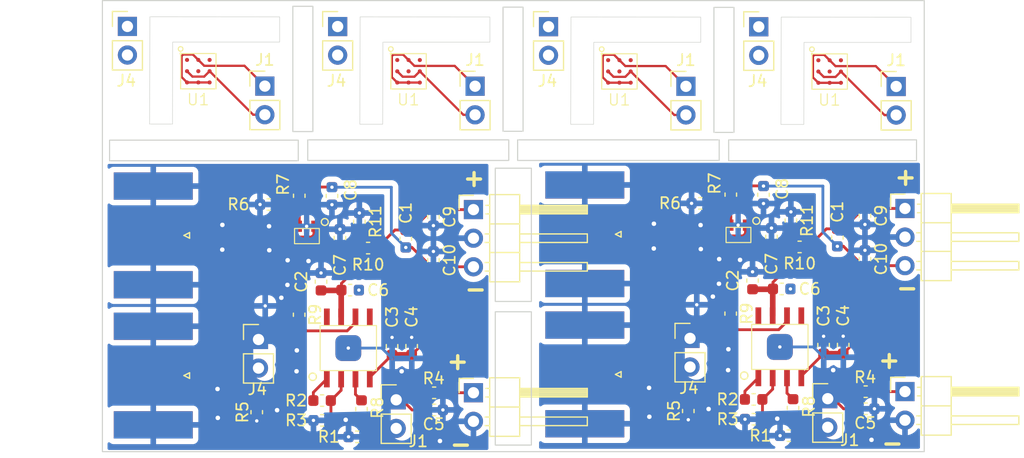
<source format=kicad_pcb>
(kicad_pcb (version 20221018) (generator pcbnew)
  (layers (0 "F.Cu" signal) (31 "B.Cu" signal) (34 "B.Paste" user) (35 "F.Paste" user) (36 "B.SilkS" user "B.Silkscreen") (37 "F.SilkS" user "F.Silkscreen") (38 "B.Mask" user) (39 "F.Mask" user) (44 "Edge.Cuts" user))
  (net 0 "")
  (net 1 "+5V")
  (net 2 "-5V")
  (net 3 "GND")
  (net 4 "/SiPM_daughter/IN")
  (net 5 "SIG OUT")
  (net 6 "/SiPM_daughter/OUT")
  (net 7 "Net-(U2--IN)")
  (net 8 "Net-(U2-Feedback)")
  (net 9 "HV")
  (net 10 "Net-(U3-+IN)")
  (net 11 "TRIG OUT")
  (net 17 "Net-(U3--IN)")
  (net 18 "Net-(U2-+IN)")
  (net 19 "Net-(U3-Vcc)")
  (net 20 "/OUT")
  (net 21 "/IN")
  (footprint "Connector_PinHeader_2.54mm:PinHeader_1x02_P2.54mm_Vertical" (layer "F.Cu") (at 158.7634 70.201)
    (fp_text reference "J4")
    (fp_text value "Conn_01x02" hide)
  )
  (footprint "EOS_library:C_0603_1608Metric" (layer "F.Cu") (at 196.5356 85.142 -90)
    (fp_text reference "C8")
    (fp_text value "C" hide)
  )
  (footprint "EOS_library:C_0603_1608Metric" (layer "F.Cu") (at 157.2878 92.8586 -90)
    (fp_text reference "C2")
    (fp_text value "10u" hide)
  )
  (footprint "EOS_library:C_0603_1608Metric" (layer "F.Cu") (at 198.9656 87.432 -90)
    (fp_text reference "R11")
    (fp_text value "R" hide)
  )
  (footprint "Connector_PinHeader_2.54mm:PinHeader_1x03_P2.54mm_Horizontal" (layer "F.Cu") (at 170.8088 86.4566)
    (fp_text reference "J3" hide)
    (fp_text value "Conn_01x03" hide)
  )
  (footprint "EOS_library:C_0603_1608Metric" (layer "F.Cu") (at 159.8728 93.6036 180)
    (fp_text reference "C6")
    (fp_text value "0.1u" hide)
  )
  (footprint "Connector_PinHeader_2.54mm:PinHeader_1x02_P2.54mm_Vertical" (layer "F.Cu") (at 202.2348 103.246)
    (fp_text reference "J1")
    (fp_text value "Conn_01x02" hide)
  )
  (footprint "EOS_library:C_0603_1608Metric" (layer "F.Cu") (at 199.1556 104.067 90)
    (fp_text reference "R8")
    (fp_text value "0" hide)
  )
  (footprint "EOS_library:AFBR-S4N33C013" (layer "F.Cu") (at 182.1858 72.6167)
    (fp_text reference "U1")
    (fp_text value "~" hide)
  )
  (footprint "Connector_PinHeader_2.54mm:PinHeader_1x02_P2.54mm_Vertical" (layer "F.Cu") (at 152.306 75.491)
    (fp_text reference "J1")
    (fp_text value "Conn_01x02" hide)
  )
  (footprint "EOS_library:C_0603_1608Metric" (layer "F.Cu") (at 195.6606 103.312 180)
    (fp_text reference "R2")
    (fp_text value "499" hide)
  )
  (footprint "Connector_PinHeader_2.54mm:PinHeader_1x02_P2.54mm_Vertical" (layer "F.Cu") (at 208.3054 75.5219)
    (fp_text reference "J1")
    (fp_text value "Conn_01x02" hide)
  )
  (footprint "EOS_library:C_0603_1608Metric" (layer "F.Cu") (at 167.2578 87.1036 -90)
    (fp_text reference "C9")
    (fp_text value "4.7u" hide)
  )
  (footprint "EOS_library:C_0603_1608Metric" (layer "F.Cu") (at 165.3286 98.5774 -90)
    (fp_text reference "C4")
    (fp_text value "0.1u" hide)
  )
  (footprint "EOS_library:SMA_Molex_73251-1153_EdgeMount_Horizontal" (layer "F.Cu") (at 143.1278 101.1936)
    (fp_text reference "U4" hide)
    (fp_text value "SMA-Mylibrary" hide)
  )
  (footprint "EOS_library:C_0603_1608Metric" (layer "F.Cu") (at 167.3228 104.2441)
    (fp_text reference "C5")
    (fp_text value "C" hide)
  )
  (footprint "EOS_library:C_0603_1608Metric" (layer "F.Cu") (at 198.1506 93.502 180)
    (fp_text reference "C6")
    (fp_text value "0.1u" hide)
  )
  (footprint "Connector_PinHeader_2.54mm:PinHeader_1x02_P2.54mm_Vertical" (layer "F.Cu") (at 140.116 70.191)
    (fp_text reference "J4")
    (fp_text value "Conn_01x02" hide)
  )
  (footprint "Connector_PinHeader_2.54mm:PinHeader_1x02_P2.54mm_Vertical" (layer "F.Cu") (at 196.1154 70.2219)
    (fp_text reference "J4")
    (fp_text value "Conn_01x02" hide)
  )
  (footprint "EOS_library:AFBR-S4N33C013" (layer "F.Cu") (at 163.4812 72.6058)
    (fp_text reference "U1")
    (fp_text value "~" hide)
  )
  (footprint "EOS_library:C_0603_1608Metric" (layer "F.Cu") (at 167.3228 102.7251 180)
    (fp_text reference "R4")
    (fp_text value "R" hide)
  )
  (footprint "EOS_library:C_0603_1608Metric" (layer "F.Cu") (at 157.3828 103.4136 180)
    (fp_text reference "R2")
    (fp_text value "499" hide)
  )
  (footprint "EOS_library:C_0603_1608Metric" (layer "F.Cu") (at 195.5656 92.757 -90)
    (fp_text reference "C2")
    (fp_text value "10u" hide)
  )
  (footprint "EOS_library:LT6752-1" (layer "F.Cu") (at 195.4156 89.382 180)
    (fp_text reference "U3" hide)
    (fp_text value "LTC6752-1" hide)
  )
  (footprint "Connector_PinHeader_2.54mm:PinHeader_1x02_P2.54mm_Vertical" (layer "F.Cu") (at 151.7416 97.9918)
    (fp_text reference "J4")
    (fp_text value "Conn_01x02" hide)
  )
  (footprint "EOS_library:C_0603_1608Metric" (layer "F.Cu") (at 160.8778 104.1686 90)
    (fp_text reference "R8")
    (fp_text value "0" hide)
  )
  (footprint "EOS_library:C_0603_1608Metric" (layer "F.Cu") (at 203.0856 88.942 90)
    (fp_text reference "C1")
    (fp_text value "0.1u" hide)
  )
  (footprint "Connector_PinHeader_2.54mm:PinHeader_1x03_P2.54mm_Horizontal" (layer "F.Cu") (at 209.0866 86.355)
    (fp_text reference "J3" hide)
    (fp_text value "Conn_01x03" hide)
  )
  (footprint "EOS_library:SMA_Molex_73251-1153_EdgeMount_Horizontal" (layer "F.Cu") (at 181.4056 88.646)
    (fp_text reference "U5" hide)
    (fp_text value "SMA-Mylibrary" hide)
  )
  (footprint "EOS_library:LT6752-1" (layer "F.Cu") (at 157.1378 89.4836 180)
    (fp_text reference "U3" hide)
    (fp_text value "LTC6752-1" hide)
  )
  (footprint "EOS_library:C_0603_1608Metric" (layer "F.Cu") (at 201.8664 98.4808 -90)
    (fp_text reference "C3")
    (fp_text value "10u" hide)
  )
  (footprint "EOS_library:AFBR-S4N33C013" (layer "F.Cu") (at 144.8338 72.5958)
    (fp_text reference "U1")
    (fp_text value "~" hide)
  )
  (footprint "Connector_PinHeader_2.54mm:PinHeader_1x02_P2.54mm_Horizontal" (layer "F.Cu") (at 170.8088 102.7176)
    (fp_text reference "J2" hide)
    (fp_text value "Conn_01x02" hide)
  )
  (footprint "EOS_library:C_0603_1608Metric" (layer "F.Cu") (at 195.6706 105.072)
    (fp_text reference "R3")
    (fp_text value "13" hide)
  )
  (footprint "EOS_library:AD8099" (layer "F.Cu") (at 157.2078 96.7536)
    (fp_text reference "U2" hide)
    (fp_text value "AD8099" hide)
  )
  (footprint "EOS_library:C_0603_1608Metric" (layer "F.Cu") (at 164.8078 89.0436 90)
    (fp_text reference "C1")
    (fp_text value "0.1u" hide)
  )
  (footprint "EOS_library:C_0603_1608Metric" (layer "F.Cu") (at 198.7806 106.532 180)
    (fp_text reference "R1")
    (fp_text value "49.9" hide)
  )
  (footprint "EOS_library:C_0603_1608Metric" (layer "F.Cu") (at 151.5872 104.4448 -90)
    (fp_text reference "R5")
    (fp_text value "49.9" hide)
  )
  (footprint "EOS_library:SMA_Molex_73251-1153_EdgeMount_Horizontal" (layer "F.Cu") (at 143.1278 88.7476)
    (fp_text reference "U5" hide)
    (fp_text value "SMA-Mylibrary" hide)
  )
  (footprint "EOS_library:C_0603_1608Metric" (layer "F.Cu") (at 155.3578 85.2286 -90)
    (fp_text reference "R7")
    (fp_text value "R" hide)
  )
  (footprint "EOS_library:C_0603_1608Metric" (layer "F.Cu") (at 190.9306 85.902 180)
    (fp_text reference "R6")
    (fp_text value "R" hide)
  )
  (footprint "EOS_library:C_0603_1608Metric" (layer "F.Cu") (at 152.6528 86.0036 180)
    (fp_text reference "R6")
    (fp_text value "R" hide)
  )
  (footprint "EOS_library:C_0603_1608Metric" (layer "F.Cu") (at 160.6878 87.5336 -90)
    (fp_text reference "R11")
    (fp_text value "R" hide)
  )
  (footprint "EOS_library:C_0603_1608Metric" (layer "F.Cu") (at 167.2578 90.9486 -90)
    (fp_text reference "C10")
    (fp_text value "4.7u" hide)
  )
  (footprint "EOS_library:C_0603_1608Metric" (layer "F.Cu") (at 205.6006 104.1425)
    (fp_text reference "C5")
    (fp_text value "C" hide)
  )
  (footprint "Connector_PinHeader_2.54mm:PinHeader_1x02_P2.54mm_Vertical" (layer "F.Cu") (at 170.9534 75.501)
    (fp_text reference "J1")
    (fp_text value "Conn_01x02" hide)
  )
  (footprint "EOS_library:C_0603_1608Metric" (layer "F.Cu") (at 158.9678 88.9736 -90)
    (fp_text reference "C7")
    (fp_text value "10u" hide)
  )
  (footprint "EOS_library:C_0603_1608Metric" (layer "F.Cu") (at 155.3478 95.7936 90)
    (fp_text reference "R9")
    (fp_text value "0" hide)
  )
  (footprint "EOS_library:C_0603_1608Metric" (layer "F.Cu") (at 205.5356 90.847 -90)
    (fp_text reference "C10")
    (fp_text value "4.7u" hide)
  )
  (footprint "EOS_library:AFBR-S4N33C013" (layer "F.Cu") (at 200.8332 72.6267)
    (fp_text reference "U1")
    (fp_text value "~" hide)
  )
  (footprint "Connector_PinHeader_2.54mm:PinHeader_1x02_P2.54mm_Vertical" (layer "F.Cu") (at 177.468 70.2119)
    (fp_text reference "J4")
    (fp_text value "Conn_01x02" hide)
  )
  (footprint "EOS_library:C_0603_1608Metric" (layer "F.Cu") (at 163.5886 98.5824 -90)
    (fp_text reference "C3")
    (fp_text value "10u" hide)
  )
  (footprint "EOS_library:C_0603_1608Metric" (layer "F.Cu") (at 189.865 104.3432 -90)
    (fp_text reference "R5")
    (fp_text value "49.9" hide)
  )
  (footprint "EOS_library:C_0603_1608Metric" (layer "F.Cu") (at 193.6256 95.692 90)
    (fp_text reference "R9")
    (fp_text value "0" hide)
  )
  (footprint "EOS_library:C_0603_1608Metric" (layer "F.Cu") (at 193.6356 85.127 -90)
    (fp_text reference "R7")
    (fp_text value "R" hide)
  )
  (footprint "EOS_library:C_0603_1608Metric" (layer "F.Cu") (at 157.3928 105.1736)
    (fp_text reference "R3")
    (fp_text value "13" hide)
  )
  (footprint "EOS_library:AD8099" (layer "F.Cu") (at 195.4856 96.652)
    (fp_text reference "U2" hide)
    (fp_text value "AD8099" hide)
  )
  (footprint "EOS_library:C_0603_1608Metric" (layer "F.Cu") (at 161.4628 89.8736)
    (fp_text reference "R10")
    (fp_text value "R" hide)
  )
  (footprint "EOS_library:C_0603_1608Metric" (layer "F.Cu") (at 203.6064 98.4758 -90)
    (fp_text reference "C4")
    (fp_text value "0.1u" hide)
  )
  (footprint "Connector_PinHeader_2.54mm:PinHeader_1x02_P2.54mm_Horizontal" (layer "F.Cu") (at 209.0866 102.616)
    (fp_text reference "J2" hide)
    (fp_text value "Conn_01x02" hide)
  )
  (footprint "EOS_library:C_0603_1608Metric" (layer "F.Cu") (at 205.6006 102.6235 180)
    (fp_text reference "R4")
    (fp_text value "R" hide)
  )
  (footprint "EOS_library:C_0603_1608Metric" (layer "F.Cu") (at 197.2456 88.872 -90)
    (fp_text reference "C7")
    (fp_text value "10u" hide)
  )
  (footprint "EOS_library:C_0603_1608Metric" (layer "F.Cu") (at 160.5028 106.6336 180)
    (fp_text reference "R1")
    (fp_text value "49.9" hide)
  )
  (footprint "Connector_PinHeader_2.54mm:PinHeader_1x02_P2.54mm_Vertical" (layer "F.Cu") (at 163.957 103.3476)
    (fp_text reference "J1")
    (fp_text value "Conn_01x02" hide)
  )
  (footprint "Connector_PinHeader_2.54mm:PinHeader_1x02_P2.54mm_Vertical" (layer "F.Cu") (at 190.0194 97.8902)
    (fp_text reference "J4")
    (fp_text value "Conn_01x02" hide)
  )
  (footprint "EOS_library:SMA_Molex_73251-1153_EdgeMount_Horizontal" (layer "F.Cu") (at 181.4056 101.092)
    (fp_text reference "U4" hide)
    (fp_text value "SMA-Mylibrary" hide)
  )
  (footprint "EOS_library:C_0603_1608Metric" (layer "F.Cu") (at 205.5356 87.002 -90)
    (fp_text reference "C9")
    (fp_text value "4.7u" hide)
  )
  (footprint "Connector_PinHeader_2.54mm:PinHeader_1x02_P2.54mm_Vertical" (layer "F.Cu") (at 189.658 75.5119)
    (fp_text reference "J1")
    (fp_text value "Conn_01x02" hide)
  )
  (footprint "EOS_library:C_0603_1608Metric" (layer "F.Cu") (at 199.7406 89.772)
    (fp_text reference "R10")
    (fp_text value "R" hide)
  )
  (footprint "EOS_library:C_0603_1608Metric" (layer "F.Cu") (at 158.2578 85.2436 -90)
    (fp_text reference "C8")
    (fp_text value "C" hide)
  )
  (gr_poly (pts (xy 160.7566 69.342) (xy 172.2666 69.352) (xy 172.2666 71.5888) (xy 162.7766 71.5888) (xy 162.7612 78.873) (xy 160.7312 78.873)) (stroke (width 0.05)) (fill none) (layer "Edge.Cuts"))
  (gr_poly (pts (xy 142.1092 69.332) (xy 153.6192 69.342) (xy 153.6192 71.5788) (xy 144.1292 71.5788) (xy 144.1138 78.863) (xy 142.0838 78.863)) (stroke (width 0.05)) (fill none) (layer "Edge.Cuts"))
  (gr_rect (start 192.1396 68.4993) (end 193.9176 79.5991) (stroke (width 0.1)) (fill none) (layer "Edge.Cuts"))
  (gr_poly (pts (xy 198.1086 69.3629) (xy 209.6186 69.3729) (xy 209.6186 71.6097) (xy 200.1286 71.6097) (xy 200.1132 78.8939) (xy 198.0832 78.8939)) (stroke (width 0.05)) (fill none) (layer "Edge.Cuts"))
  (gr_poly (pts (xy 179.4612 69.3529) (xy 190.9712 69.3629) (xy 190.9712 71.5997) (xy 181.4812 71.5997) (xy 181.4658 78.8839) (xy 179.4358 78.8839)) (stroke (width 0.05)) (fill none) (layer "Edge.Cuts"))
  (gr_rect (start 138.5316 80.2894) (end 155.2702 82.1182) (stroke (width 0.1)) (fill none) (layer "Edge.Cuts"))
  (gr_rect (start 173.4312 68.4784) (end 175.2092 79.502) (stroke (width 0.1)) (fill none) (layer "Edge.Cuts"))
  (gr_rect (start 154.7876 68.4022) (end 156.5656 79.5274) (stroke (width 0.1)) (fill none) (layer "Edge.Cuts"))
  (gr_rect (start 137.8966 67.8942) (end 210.7946 107.95) (stroke (width 0.1)) (fill none) (layer "Edge.Cuts"))
  (gr_rect (start 174.7266 80.264) (end 192.6082 82.0928) (stroke (width 0.1)) (fill none) (layer "Edge.Cuts"))
  (gr_rect (start 193.4464 80.264) (end 210.1088 82.1182) (stroke (width 0.1)) (fill none) (layer "Edge.Cuts"))
  (gr_rect (start 172.7454 82.7786) (end 175.9458 94.615) (stroke (width 0.1)) (fill none) (layer "Edge.Cuts"))
  (gr_rect (start 172.7454 95.5294) (end 175.9458 107.3658) (stroke (width 0.1)) (fill none) (layer "Edge.Cuts"))
  (gr_rect (start 156.1084 80.264) (end 173.9392 82.0928) (stroke (width 0.1)) (fill none) (layer "Edge.Cuts"))
  (gr_text "+" (at 169.7378 84.5136) (layer "F.SilkS") (effects (font (size 1.5 1.5) (thickness 0.3) bold) (justify left bottom)))
  (gr_text "+" (at 208.0156 84.412) (layer "F.SilkS") (effects (font (size 1.5 1.5) (thickness 0.3) bold) (justify left bottom)))
  (gr_text "+" (at 206.5656 100.672) (layer "F.SilkS") (effects (font (size 1.5 1.5) (thickness 0.3) bold) (justify left bottom)))
  (gr_text "-" (at 168.5678 108.1436) (layer "F.SilkS") (effects (font (size 1.5 1.5) (thickness 0.3) bold) (justify left bottom)))
  (gr_text "+" (at 168.2878 100.7736) (layer "F.SilkS") (effects (font (size 1.5 1.5) (thickness 0.3) bold) (justify left bottom)))
  (gr_text "-" (at 169.8778 94.3636) (layer "F.SilkS") (effects (font (size 1.5 1.5) (thickness 0.3) bold) (justify left bottom)))
  (gr_text "-" (at 208.1556 94.262) (layer "F.SilkS") (effects (font (size 1.5 1.5) (thickness 0.3) bold) (justify left bottom)))
  (gr_text "-" (at 206.8456 108.042) (layer "F.SilkS") (effects (font (size 1.5 1.5) (thickness 0.3) bold) (justify left bottom)))
  (segment (start 205.5356 86.227) (end 205.6636 86.355) (width 0.25) (layer "F.Cu") (net 1))
  (segment (start 159.0778 93.6336) (end 157.2878 93.6336) (width 0.5) (layer "F.Cu") (net 1))
  (segment (start 197.3756 92.912) (end 200.5156 89.772) (width 0.25) (layer "F.Cu") (net 1))
  (segment (start 165.3178 88.2686) (end 167.2578 86.3286) (width 0.25) (layer "F.Cu") (net 1))
  (segment (start 164.8078 88.2686) (end 165.3178 88.2686) (width 0.25) (layer "F.Cu") (net 1))
  (segment (start 197.3556 93.532) (end 197.3556 95.885) (width 0.5) (layer "F.Cu") (net 1))
  (segment (start 197.3756 93.502) (end 197.3756 92.912) (width 0.25) (layer "F.Cu") (net 1))
  (segment (start 159.0978 93.0136) (end 162.2378 89.8736) (width 0.25) (layer "F.Cu") (net 1))
  (segment (start 159.0778 95.9866) (end 159.0728 95.9916) (width 0.25) (layer "F.Cu") (net 1))
  (segment (start 159.0778 93.6336) (end 159.0778 95.9866) (width 0.5) (layer "F.Cu") (net 1))
  (segment (start 167.3858 86.4566) (end 170.8088 86.4566) (width 0.25) (layer "F.Cu") (net 1))
  (segment (start 167.2578 86.3286) (end 167.3858 86.4566) (width 0.25) (layer "F.Cu") (net 1))
  (segment (start 200.5156 89.772) (end 202.1206 88.167) (width 0.25) (layer "F.Cu") (net 1))
  (segment (start 202.1206 88.167) (end 203.0856 88.167) (width 0.25) (layer "F.Cu") (net 1))
  (segment (start 197.3556 93.532) (end 195.5656 93.532) (width 0.5) (layer "F.Cu") (net 1))
  (segment (start 159.0978 93.6036) (end 159.0978 93.0136) (width 0.25) (layer "F.Cu") (net 1))
  (segment (start 205.6636 86.355) (end 209.0866 86.355) (width 0.25) (layer "F.Cu") (net 1))
  (segment (start 203.0856 88.167) (end 203.5956 88.167) (width 0.25) (layer "F.Cu") (net 1))
  (segment (start 197.3556 95.885) (end 197.3506 95.89) (width 0.25) (layer "F.Cu") (net 1))
  (segment (start 163.8428 88.2686) (end 164.8078 88.2686) (width 0.25) (layer "F.Cu") (net 1))
  (segment (start 203.5956 88.167) (end 205.5356 86.227) (width 0.25) (layer "F.Cu") (net 1))
  (segment (start 162.2378 89.8736) (end 163.8428 88.2686) (width 0.25) (layer "F.Cu") (net 1))
  (segment (start 155.3578 84.4536) (end 158.2428 84.4536) (width 0.25) (layer "F.Cu") (net 2))
  (segment (start 163.5886 99.3574) (end 161.6128 101.3332) (width 0.25) (layer "F.Cu") (net 2))
  (segment (start 199.8906 101.2316) (end 199.8906 101.39) (width 0.25) (layer "F.Cu") (net 2))
  (segment (start 161.6128 101.3332) (end 161.6128 101.4916) (width 0.25) (layer "F.Cu") (net 2))
  (segment (start 165.3286 99.3524) (end 163.5936 99.3524) (width 0.5) (layer "F.Cu") (net 2))
  (segment (start 201.8664 99.2558) (end 199.8906 101.2316) (width 0.25) (layer "F.Cu") (net 2))
  (segment (start 167.2578 97.4232) (end 165.3286 99.3524) (width 0.25) (layer "F.Cu") (net 2))
  (segment (start 167.4448 91.5366) (end 170.8088 91.5366) (width 0.25) (layer "F.Cu") (net 2))
  (segment (start 205.5356 91.622) (end 205.7226 91.435) (width 0.25) (layer "F.Cu") (net 2))
  (segment (start 203.6064 99.2508) (end 201.8714 99.2508) (width 0.5) (layer "F.Cu") (net 2))
  (segment (start 158.2428 84.4536) (end 158.2578 84.4686) (width 0.25) (layer "F.Cu") (net 2))
  (segment (start 205.7226 91.435) (end 209.0866 91.435) (width 0.25) (layer "F.Cu") (net 2))
  (segment (start 164.8078 89.8186) (end 165.3528 89.8186) (width 0.25) (layer "F.Cu") (net 2))
  (segment (start 167.2578 91.7236) (end 167.2578 97.4232) (width 0.25) (layer "F.Cu") (net 2))
  (segment (start 203.0856 89.717) (end 203.6306 89.717) (width 0.25) (layer "F.Cu") (net 2))
  (segment (start 167.2578 91.7236) (end 167.4448 91.5366) (width 0.25) (layer "F.Cu") (net 2))
  (segment (start 196.5206 84.352) (end 196.5356 84.367) (width 0.25) (layer "F.Cu") (net 2))
  (segment (start 205.5356 97.3216) (end 203.6064 99.2508) (width 0.25) (layer "F.Cu") (net 2))
  (segment (start 193.6356 84.352) (end 196.5206 84.352) (width 0.25) (layer "F.Cu") (net 2))
  (segment (start 203.6306 89.717) (end 205.5356 91.622) (width 0.25) (layer "F.Cu") (net 2))
  (segment (start 165.3528 89.8186) (end 167.2578 91.7236) (width 0.25) (layer "F.Cu") (net 2))
  (segment (start 205.5356 91.622) (end 205.5356 97.3216) (width 0.25) (layer "F.Cu") (net 2))
  (segment (start 164.8078 89.8186) (end 163.5258 88.5366) (width 0.25) (layer "B.Cu") (net 2))
  (segment (start 163.5258 84.4686) (end 158.2578 84.4686) (width 0.25) (layer "B.Cu") (net 2))
  (segment (start 163.5258 88.5366) (end 163.5258 84.4686) (width 0.25) (layer "B.Cu") (net 2))
  (segment (start 201.8036 84.367) (end 196.5356 84.367) (width 0.25) (layer "B.Cu") (net 2))
  (segment (start 201.8036 88.435) (end 201.8036 84.367) (width 0.25) (layer "B.Cu") (net 2))
  (segment (start 203.0856 89.717) (end 201.8036 88.435) (width 0.25) (layer "B.Cu") (net 2))
  (via (at 148.1074 102.3874) (size 0.8) (drill 0.4) (layers "F.Cu" "B.Cu") (net 3))
  (via (at 190.9556 87.832) (size 0.8) (drill 0.4) (layers "F.Cu" "B.Cu") (net 3))
  (via (at 192.6056 90.852) (size 0.8) (drill 0.4) (layers "F.Cu" "B.Cu") (net 3))
  (via (at 202.7174 100.711) (size 0.8) (drill 0.4) (layers "F.Cu" "B.Cu") (net 3))
  (via (at 153.7678 94.2836) (size 0.8) (drill 0.4) (layers "F.Cu" "B.Cu") (net 3))
  (via (at 154.3078 93.1436) (size 0.8) (drill 0.4) (layers "F.Cu" "B.Cu") (net 3))
  (via (at 154.3278 90.9536) (size 0.8) (drill 0.4) (layers "F.Cu" "B.Cu") (net 3))
  (via (at 155.1432 98.9584) (size 0.8) (drill 0.4) (layers "F.Cu" "B.Cu") (net 3))
  (via (at 192.5856 93.042) (size 0.8) (drill 0.4) (layers "F.Cu" "B.Cu") (net 3))
  (via (at 193.3956 100.711) (size 0.8) (drill 0.4) (layers "F.Cu" "B.Cu") (net 3))
  (via (at 186.8056 89.912) (size 0.8) (drill 0.4) (layers "F.Cu" "B.Cu") (net 3))
  (via (at 164.4396 100.8126) (size 0.8) (drill 0.4) (layers "F.Cu" "B.Cu") (net 3))
  (via (at 155.1178 100.8126) (size 0.8) (drill 0.4) (layers "F.Cu" "B.Cu") (net 3))
  (via (at 186.4106 104.8512) (size 0.8) (drill 0.4) (layers "F.Cu" "B.Cu") (net 3))
  (via (at 148.1328 104.9528) (size 0.8) (drill 0.4) (layers "F.Cu" "B.Cu") (net 3))
  (via (at 167.8378 107.0036) (size 0.8) (drill 0.4) (layers "F.Cu" "B.Cu") (net 3))
  (via (at 186.8156 87.712) (size 0.8) (drill 0.4) (layers "F.Cu" "B.Cu") (net 3))
  (via (at 153.3906 104.267) (size 0.8) (drill 0.4) (layers "F.Cu" "B.Cu") (net 3))
  (via (at 186.3852 102.2858) (size 0.8) (drill 0.4) (layers "F.Cu" "B.Cu") (net 3))
  (via (at 156.1778 91.0236) (size 0.8) (drill 0.4) (layers "F.Cu" "B.Cu") (net 3))
  (via (at 152.6778 87.9336) (size 0.8) (drill 0.4) (layers "F.Cu" "B.Cu") (net 3))
  (via (at 197.7556 105.022) (size 0.8) (drill 0.4) (layers "F.Cu" "B.Cu") (net 3))
  (via (at 159.4778 105.1236) (size 0.8) (drill 0.4) (layers "F.Cu" "B.Cu") (net 3))
  (via (at 192.0456 94.182) (size 0.8) (drill 0.4) (layers "F.Cu" "B.Cu") (net 3))
  (via (at 206.1156 106.902) (size 0.8) (drill 0.4) (layers "F.Cu" "B.Cu") (net 3))
  (via (at 148.5378 87.8136) (size 0.8) (drill 0.4) (layers "F.Cu" "B.Cu") (net 3))
  (via (at 191.6684 104.1654) (size 0.8) (drill 0.4) (layers "F.Cu" "B.Cu") (net 3))
  (via (at 148.5278 90.0136) (size 0.8) (drill 0.4) (layers "F.Cu" "B.Cu") (net 3))
  (via (at 193.421 98.8568) (size 0.8) (drill 0.4) (layers "F.Cu" "B.Cu") (net 3))
  (via (at 152.6978 90.0636) (size 0.8) (drill 0.4) (layers "F.Cu" "B.Cu") (net 3))
  (via (at 194.4556 90.922) (size 0.8) (drill 0.4) (layers "F.Cu" "B.Cu") (net 3))
  (via (at 190.9756 89.962) (size 0.8) (drill 0.4) (layers "F.Cu" "B.Cu") (net 3))
  (segment (start 162.6778 98.7536) (end 163.5978 99.6736) (width 0.25) (layer "B.Cu") (net 3))
  (segment (start 197.9856 98.652) (end 200.9556 98.652) (width 0.25) (layer "B.Cu") (net 3))
  (segment (start 159.7078 98.7536) (end 162.6778 98.7536) (width 0.25) (layer "B.Cu") (net 3))
  (segment (start 200.9556 98.652) (end 201.8756 99.572) (width 0.25) (layer "B.Cu") (net 3))
  (segment (start 165.3615 104.2441) (end 164.465 103.3476) (width 0.25) (layer "F.Cu") (net 4))
  (segment (start 204.8256 104.1425) (end 203.6393 104.1425) (width 0.25) (layer "F.Cu") (net 4))
  (segment (start 204.8256 102.6235) (end 204.8256 104.1425) (width 0.25) (layer "F.Cu") (net 4))
  (segment (start 166.5478 104.2441) (end 165.3615 104.2441) (width 0.25) (layer "F.Cu") (net 4))
  (segment (start 203.6393 104.1425) (end 202.7428 103.246) (width 0.25) (layer "F.Cu") (net 4))
  (segment (start 166.5478 102.7251) (end 166.5478 104.2441) (width 0.25) (layer "F.Cu") (net 4))
  (segment (start 204.8256 104.1425) (end 204.7161 104.252) (width 0.25) (layer "F.Cu") (net 4))
  (segment (start 166.5478 104.2441) (end 166.4383 104.3536) (width 0.25) (layer "F.Cu") (net 4))
  (segment (start 156.0028 97.2236) (end 159.6058 97.2236) (width 0.25) (layer "F.Cu") (net 5))
  (segment (start 193.6256 96.467) (end 192.278 97.8146) (width 0.25) (layer "F.Cu") (net 5))
  (segment (start 155.3478 96.5686) (end 154.0002 97.9162) (width 0.25) (layer "F.Cu") (net 5))
  (segment (start 190.767 103.5682) (end 189.865 103.5682) (width 0.25) (layer "F.Cu") (net 5))
  (segment (start 160.3428 96.4866) (end 160.3428 95.9916) (width 0.25) (layer "F.Cu") (net 5))
  (segment (start 144.884 103.6698) (end 142.4078 101.1936) (width 0.25) (layer "F.Cu") (net 5))
  (segment (start 145.573105 101.1936) (end 142.4078 101.1936) (width 0.25) (layer "F.Cu") (net 5))
  (segment (start 154.0002 102.1588) (end 152.4892 103.6698) (width 0.25) (layer "F.Cu") (net 5))
  (segment (start 189.865 103.5682) (end 183.1618 103.5682) (width 0.25) (layer "F.Cu") (net 5))
  (segment (start 194.2806 97.122) (end 197.8836 97.122) (width 0.25) (layer "F.Cu") (net 5))
  (segment (start 183.1618 103.5682) (end 180.6856 101.092) (width 0.25) (layer "F.Cu") (net 5))
  (segment (start 198.6206 96.385) (end 198.6206 95.89) (width 0.25) (layer "F.Cu") (net 5))
  (segment (start 192.278 97.8146) (end 192.278 102.0572) (width 0.25) (layer "F.Cu") (net 5))
  (segment (start 151.5872 103.6698) (end 144.884 103.6698) (width 0.25) (layer "F.Cu") (net 5))
  (segment (start 192.278 102.0572) (end 190.767 103.5682) (width 0.25) (layer "F.Cu") (net 5))
  (segment (start 197.8836 97.122) (end 198.6206 96.385) (width 0.25) (layer "F.Cu") (net 5))
  (segment (start 155.3478 96.5686) (end 156.0028 97.2236) (width 0.25) (layer "F.Cu") (net 5))
  (segment (start 183.850905 101.092) (end 180.6856 101.092) (width 0.25) (layer "F.Cu") (net 5))
  (segment (start 159.6058 97.2236) (end 160.3428 96.4866) (width 0.25) (layer "F.Cu") (net 5))
  (segment (start 154.0002 97.9162) (end 154.0002 102.1588) (width 0.25) (layer "F.Cu") (net 5))
  (segment (start 152.4892 103.6698) (end 151.5872 103.6698) (width 0.25) (layer "F.Cu") (net 5))
  (segment (start 193.6256 96.467) (end 194.2806 97.122) (width 0.25) (layer "F.Cu") (net 5))
  (segment (start 199.5556 106.532) (end 199.5556 105.242) (width 0.25) (layer "F.Cu") (net 6))
  (segment (start 199.5556 105.242) (end 199.1556 104.842) (width 0.25) (layer "F.Cu") (net 6))
  (segment (start 161.2778 106.6336) (end 161.2778 105.3436) (width 0.25) (layer "F.Cu") (net 6))
  (segment (start 161.2778 105.3436) (end 160.8778 104.9436) (width 0.25) (layer "F.Cu") (net 6))
  (segment (start 158.1678 105.1736) (end 158.1678 103.4236) (width 0.25) (layer "F.Cu") (net 7))
  (segment (start 196.4456 103.322) (end 196.4356 103.312) (width 0.25) (layer "F.Cu") (net 7))
  (segment (start 158.1578 103.4136) (end 159.0728 102.4986) (width 0.25) (layer "F.Cu") (net 7))
  (segment (start 197.3506 102.397) (end 197.3506 101.39) (width 0.25) (layer "F.Cu") (net 7))
  (segment (start 158.1678 103.4236) (end 158.1578 103.4136) (width 0.25) (layer "F.Cu") (net 7))
  (segment (start 196.4356 103.312) (end 197.3506 102.397) (width 0.25) (layer "F.Cu") (net 7))
  (segment (start 196.4456 105.072) (end 196.4456 103.322) (width 0.25) (layer "F.Cu") (net 7))
  (segment (start 159.0728 102.4986) (end 159.0728 101.4916) (width 0.25) (layer "F.Cu") (net 7))
  (segment (start 156.6078 102.6866) (end 157.8028 101.4916) (width 0.25) (layer "F.Cu") (net 8))
  (segment (start 156.6078 103.4136) (end 156.6078 102.6866) (width 0.25) (layer "F.Cu") (net 8))
  (segment (start 194.8856 103.312) (end 194.8856 102.585) (width 0.25) (layer "F.Cu") (net 8))
  (segment (start 194.8856 102.585) (end 196.0806 101.39) (width 0.25) (layer "F.Cu") (net 8))
  (segment (start 209.0866 102.616) (end 206.3831 102.616) (width 0.25) (layer "F.Cu") (net 9))
  (segment (start 170.8088 102.7176) (end 168.1053 102.7176) (width 0.25) (layer "F.Cu") (net 9))
  (segment (start 155.3598 86.0056) (end 155.3578 86.0036) (width 0.25) (layer "F.Cu") (net 10))
  (segment (start 193.6376 85.904) (end 193.6356 85.902) (width 0.25) (layer "F.Cu") (net 10))
  (segment (start 193.6376 87.836) (end 193.6376 85.904) (width 0.25) (layer "F.Cu") (net 10))
  (segment (start 155.3578 86.0036) (end 153.4278 86.0036) (width 0.25) (layer "F.Cu") (net 10))
  (segment (start 193.6356 85.902) (end 191.7056 85.902) (width 0.25) (layer "F.Cu") (net 10))
  (segment (start 155.3598 87.9376) (end 155.3598 86.0056) (width 0.25) (layer "F.Cu") (net 10))
  (segment (start 194.9376 88.586) (end 194.7316 88.792) (width 0.25) (layer "F.Cu") (net 11))
  (segment (start 194.7316 88.792) (end 180.8316 88.792) (width 0.25) (layer "F.Cu") (net 11))
  (segment (start 142.5538 88.8936) (end 142.4078 88.7476) (width 0.25) (layer "F.Cu") (net 11))
  (segment (start 180.8316 88.792) (end 180.6856 88.646) (width 0.25) (layer "F.Cu") (net 11))
  (segment (start 156.6598 87.9376) (end 156.6598 88.6876) (width 0.25) (layer "F.Cu") (net 11))
  (segment (start 156.6598 88.6876) (end 156.4538 88.8936) (width 0.25) (layer "F.Cu") (net 11))
  (segment (start 156.4538 88.8936) (end 142.5538 88.8936) (width 0.25) (layer "F.Cu") (net 11))
  (segment (start 194.9376 87.836) (end 194.9376 88.586) (width 0.25) (layer "F.Cu") (net 11))
  (segment (start 155.3478 95.0186) (end 155.3598 95.0066) (width 0.25) (layer "F.Cu") (net 17))
  (segment (start 155.3598 95.0066) (end 155.3598 89.7376) (width 0.25) (layer "F.Cu") (net 17))
  (segment (start 193.6256 94.917) (end 193.6376 94.905) (width 0.25) (layer "F.Cu") (net 17))
  (segment (start 193.6376 94.905) (end 193.6376 89.636) (width 0.25) (layer "F.Cu") (net 17))
  (segment (start 160.8778 103.3936) (end 160.3428 102.8586) (width 0.25) (layer "F.Cu") (net 18))
  (segment (start 199.1556 103.292) (end 198.6206 102.757) (width 0.25) (layer "F.Cu") (net 18))
  (segment (start 160.3428 102.8586) (end 160.3428 101.4916) (width 0.25) (layer "F.Cu") (net 18))
  (segment (start 198.6206 102.757) (end 198.6206 101.39) (width 0.25) (layer "F.Cu") (net 18))
  (segment (start 197.3706 89.772) (end 197.2456 89.647) (width 0.25) (layer "F.Cu") (net 19))
  (segment (start 198.9656 89.772) (end 198.9656 88.207) (width 0.25) (layer "F.Cu") (net 19))
  (segment (start 198.9656 89.772) (end 197.3706 89.772) (width 0.25) (layer "F.Cu") (net 19))
  (segment (start 159.0978 89.8786) (end 158.9678 89.7486) (width 0.25) (layer "F.Cu") (net 19))
  (segment (start 156.6708 89.7486) (end 156.6598 89.7376) (width 0.25) (layer "F.Cu") (net 19))
  (segment (start 160.6878 89.8736) (end 159.0928 89.8736) (width 0.25) (layer "F.Cu") (net 19))
  (segment (start 194.9486 89.647) (end 194.9376 89.636) (width 0.25) (layer "F.Cu") (net 19))
  (segment (start 159.0928 89.8736) (end 158.9678 89.7486) (width 0.25) (layer "F.Cu") (net 19))
  (segment (start 160.6878 89.8736) (end 160.6878 88.3086) (width 0.25) (layer "F.Cu") (net 19))
  (segment (start 158.9678 89.7486) (end 156.6708 89.7486) (width 0.25) (layer "F.Cu") (net 19))
  (segment (start 197.3756 89.777) (end 197.2456 89.647) (width 0.25) (layer "F.Cu") (net 19))
  (segment (start 197.2456 89.647) (end 194.9486 89.647) (width 0.25) (layer "F.Cu") (net 19))
  (segment (start 201.8832 74.6767) (end 202.9232 74.6767) (width 0.2) (layer "F.Cu") (net 20))
  (segment (start 147.4038 74.1658) (end 151.269 78.031) (width 0.2) (layer "F.Cu") (net 20))
  (segment (start 182.7558 74.1867) (end 183.2358 74.6667) (width 0.2) (layer "F.Cu") (net 20))
  (segment (start 145.4038 74.1658) (end 145.8838 74.6458) (width 0.2) (layer "F.Cu") (net 20))
  (segment (start 207.2684 78.0619) (end 208.3054 78.0619) (width 0.2) (layer "F.Cu") (net 20))
  (segment (start 146.9238 74.6458) (end 147.4038 74.1658) (width 0.2) (layer "F.Cu") (net 20))
  (segment (start 183.2358 74.6667) (end 184.2758 74.6667) (width 0.2) (layer "F.Cu") (net 20))
  (segment (start 202.9232 74.6767) (end 203.4032 74.1967) (width 0.2) (layer "F.Cu") (net 20))
  (segment (start 151.269 78.031) (end 152.306 78.031) (width 0.2) (layer "F.Cu") (net 20))
  (segment (start 203.4032 74.1967) (end 207.2684 78.0619) (width 0.2) (layer "F.Cu") (net 20))
  (segment (start 166.0512 74.1758) (end 169.9164 78.041) (width 0.2) (layer "F.Cu") (net 20))
  (segment (start 184.2758 74.6667) (end 184.7558 74.1867) (width 0.2) (layer "F.Cu") (net 20))
  (segment (start 145.8838 74.6458) (end 146.9238 74.6458) (width 0.2) (layer "F.Cu") (net 20))
  (segment (start 164.5312 74.6558) (end 165.5712 74.6558) (width 0.2) (layer "F.Cu") (net 20))
  (segment (start 184.7558 74.1867) (end 188.621 78.0519) (width 0.2) (layer "F.Cu") (net 20))
  (segment (start 188.621 78.0519) (end 189.658 78.0519) (width 0.2) (layer "F.Cu") (net 20))
  (segment (start 165.5712 74.6558) (end 166.0512 74.1758) (width 0.2) (layer "F.Cu") (net 20))
  (segment (start 169.9164 78.041) (end 170.9534 78.041) (width 0.2) (layer "F.Cu") (net 20))
  (segment (start 201.4032 74.1967) (end 201.8832 74.6767) (width 0.2) (layer "F.Cu") (net 20))
  (segment (start 164.0512 74.1758) (end 164.5312 74.6558) (width 0.2) (layer "F.Cu") (net 20))
  (segment (start 184.7558 75.1867) (end 182.7558 75.1867) (width 0.2) (layer "F.Cu") (net 21))
  (segment (start 182.2758 72.8407) (end 182.4098 72.7067) (width 0.2) (layer "F.Cu") (net 21))
  (segment (start 201.9232 72.7167) (end 202.4032 73.1967) (width 0.2) (layer "F.Cu") (net 21))
  (segment (start 200.9232 74.7167) (end 200.9232 72.8507) (width 0.2) (layer "F.Cu") (net 21))
  (segment (start 164.0512 75.1758) (end 163.5712 74.6958) (width 0.2) (layer "F.Cu") (net 21))
  (segment (start 169.1482 73.6958) (end 170.9534 75.501) (width 0.2) (layer "F.Cu") (net 21))
  (segment (start 144.9238 72.8198) (end 145.0578 72.6858) (width 0.2) (layer "F.Cu") (net 21))
  (segment (start 202.4032 73.1967) (end 202.9232 73.7167) (width 0.2) (layer "F.Cu") (net 21))
  (segment (start 165.5712 73.6958) (end 169.1482 73.6958) (width 0.2) (layer "F.Cu") (net 21))
  (segment (start 201.0572 72.7167) (end 201.9232 72.7167) (width 0.2) (layer "F.Cu") (net 21))
  (segment (start 150.5008 73.6858) (end 152.306 75.491) (width 0.2) (layer "F.Cu") (net 21))
  (segment (start 144.9238 74.6858) (end 144.9238 72.8198) (width 0.2) (layer "F.Cu") (net 21))
  (segment (start 146.9238 73.6858) (end 150.5008 73.6858) (width 0.2) (layer "F.Cu") (net 21))
  (segment (start 147.4038 75.1658) (end 145.4038 75.1658) (width 0.2) (layer "F.Cu") (net 21))
  (segment (start 206.5002 73.7167) (end 208.3054 75.5219) (width 0.2) (layer "F.Cu") (net 21))
  (segment (start 184.2758 73.7067) (end 187.8528 73.7067) (width 0.2) (layer "F.Cu") (net 21))
  (segment (start 163.5712 74.6958) (end 163.5712 72.8298) (width 0.2) (layer "F.Cu") (net 21))
  (segment (start 182.7558 75.1867) (end 182.2758 74.7067) (width 0.2) (layer "F.Cu") (net 21))
  (segment (start 145.0578 72.6858) (end 145.9238 72.6858) (width 0.2) (layer "F.Cu") (net 21))
  (segment (start 202.9232 73.7167) (end 206.5002 73.7167) (width 0.2) (layer "F.Cu") (net 21))
  (segment (start 183.7558 73.1867) (end 184.2758 73.7067) (width 0.2) (layer "F.Cu") (net 21))
  (segment (start 146.4038 73.1658) (end 146.9238 73.6858) (width 0.2) (layer "F.Cu") (net 21))
  (segment (start 182.2758 74.7067) (end 182.2758 72.8407) (width 0.2) (layer "F.Cu") (net 21))
  (segment (start 182.4098 72.7067) (end 183.2758 72.7067) (width 0.2) (layer "F.Cu") (net 21))
  (segment (start 183.2758 72.7067) (end 183.7558 73.1867) (width 0.2) (layer "F.Cu") (net 21))
  (segment (start 163.5712 72.8298) (end 163.7052 72.6958) (width 0.2) (layer "F.Cu") (net 21))
  (segment (start 203.4032 75.1967) (end 201.4032 75.1967) (width 0.2) (layer "F.Cu") (net 21))
  (segment (start 145.4038 75.1658) (end 144.9238 74.6858) (width 0.2) (layer "F.Cu") (net 21))
  (segment (start 165.0512 73.1758) (end 165.5712 73.6958) (width 0.2) (layer "F.Cu") (net 21))
  (segment (start 200.9232 72.8507) (end 201.0572 72.7167) (width 0.2) (layer "F.Cu") (net 21))
  (segment (start 145.9238 72.6858) (end 146.4038 73.1658) (width 0.2) (layer "F.Cu") (net 21))
  (segment (start 187.8528 73.7067) (end 189.658 75.5119) (width 0.2) (layer "F.Cu") (net 21))
  (segment (start 164.5712 72.6958) (end 165.0512 73.1758) (width 0.2) (layer "F.Cu") (net 21))
  (segment (start 163.7052 72.6958) (end 164.5712 72.6958) (width 0.2) (layer "F.Cu") (net 21))
  (segment (start 201.4032 75.1967) (end 200.9232 74.7167) (width 0.2) (layer "F.Cu") (net 21))
  (segment (start 166.0512 75.1758) (end 164.0512 75.1758) (width 0.2) (layer "F.Cu") (net 21))
  (zone (net 0) (net_name "") (layer "B.Cu") (connect_pads (clearance 0)) (min_thickness 0.25)
    (keepout (tracks allowed) (vias allowed) (pads allowed) (copperpour not_allowed) (footprints allowed))
    (fill (thermal_gap 0.5) (thermal_bridge_width 0.5))
    (polygon (pts (xy 194.3056 92.642) (xy 200.8956 92.592) (xy 200.9256 104.252) (xy 194.3156 104.412)))
  )
  (zone (net 3) (net_name "GND") (layer "B.Cu") (connect_pads (clearance 0.5)) (min_thickness 0.25) (fill yes (thermal_gap 0.5) (thermal_bridge_width 0.5))
    (polygon (pts (xy 138.3538 82.3976) (xy 172.1358 82.3976) (xy 172.1358 107.7976) (xy 138.3538 107.7976)))
  )
  (zone (net 0) (net_name "") (layer "B.Cu") (connect_pads (clearance 0)) (min_thickness 0.25)
    (keepout (tracks allowed) (vias allowed) (pads allowed) (copperpour not_allowed) (footprints allowed))
    (fill (thermal_gap 0.5) (thermal_bridge_width 0.5))
    (polygon (pts (xy 156.0278 92.7436) (xy 162.6178 92.6936) (xy 162.6478 104.3536) (xy 156.0378 104.5136)))
  )
  (zone (net 3) (net_name "GND") (layer "B.Cu") (connect_pads (clearance 0.5)) (min_thickness 0.25) (fill yes (thermal_gap 0.5) (thermal_bridge_width 0.5))
    (polygon (pts (xy 176.6316 82.296) (xy 210.4136 82.296) (xy 210.4136 107.696) (xy 176.6316 107.696)))
  )
)
</source>
